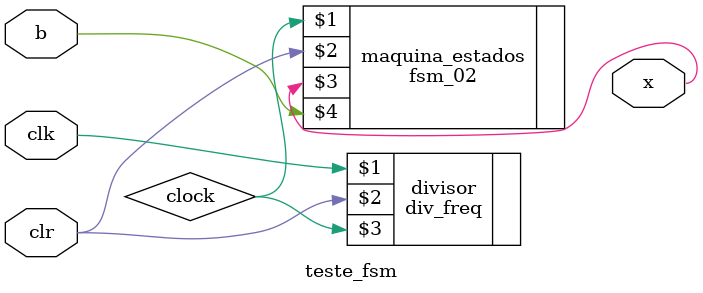
<source format=v>
module teste_fsm (clk, clr, b, x);

input clk, clr, b;

output x;

wire clock;

div_freq divisor(clk, clr, clock);

fsm_02 maquina_estados (clock, clr, x, b);

endmodule

</source>
